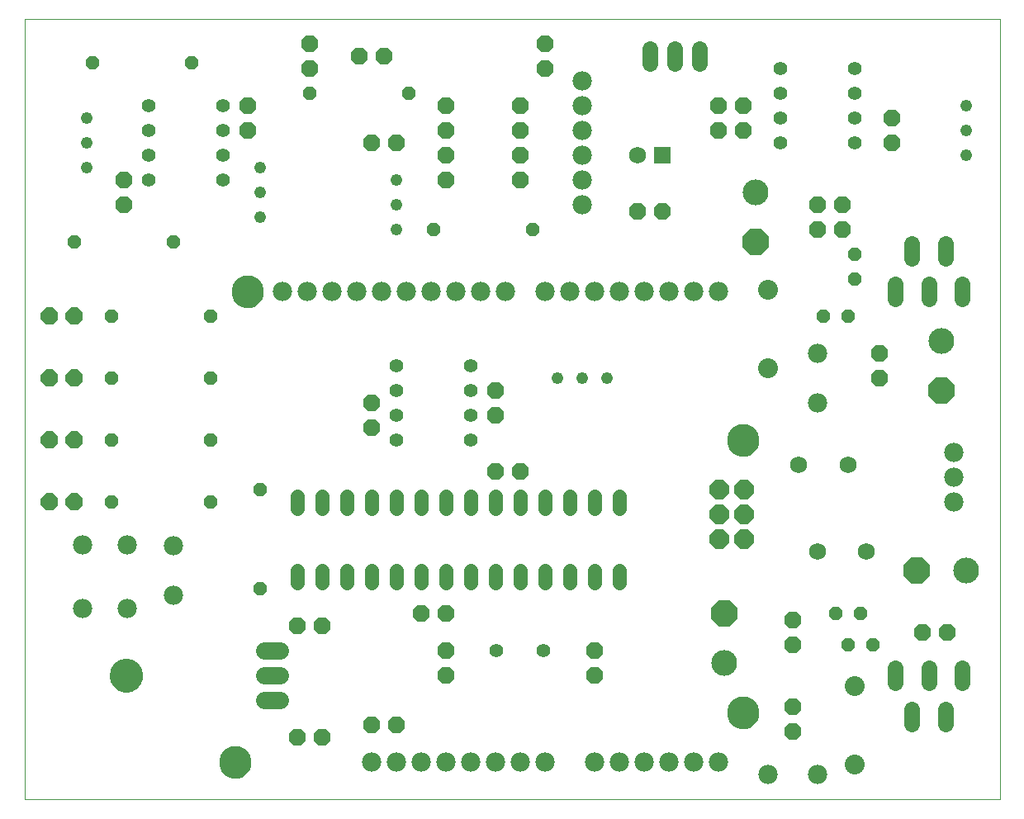
<source format=gbs>
G75*
%MOIN*%
%OFA0B0*%
%FSLAX24Y24*%
%IPPOS*%
%LPD*%
%AMOC8*
5,1,8,0,0,1.08239X$1,22.5*
%
%ADD10C,0.0000*%
%ADD11OC8,0.0670*%
%ADD12C,0.1040*%
%ADD13OC8,0.1040*%
%ADD14C,0.0690*%
%ADD15R,0.0690X0.0690*%
%ADD16C,0.0800*%
%ADD17C,0.0780*%
%ADD18C,0.0560*%
%ADD19C,0.0640*%
%ADD20OC8,0.0700*%
%ADD21C,0.1300*%
%ADD22OC8,0.0780*%
%ADD23C,0.0480*%
%ADD24OC8,0.0560*%
%ADD25C,0.0560*%
%ADD26C,0.0700*%
%ADD27C,0.1340*%
D10*
X000100Y000100D02*
X000100Y031596D01*
X039470Y031596D01*
X039470Y000100D01*
X000100Y000100D01*
X003550Y005100D02*
X003552Y005150D01*
X003558Y005200D01*
X003568Y005250D01*
X003581Y005298D01*
X003598Y005346D01*
X003619Y005392D01*
X003643Y005436D01*
X003671Y005478D01*
X003702Y005518D01*
X003736Y005555D01*
X003773Y005590D01*
X003812Y005621D01*
X003853Y005650D01*
X003897Y005675D01*
X003943Y005697D01*
X003990Y005715D01*
X004038Y005729D01*
X004087Y005740D01*
X004137Y005747D01*
X004187Y005750D01*
X004238Y005749D01*
X004288Y005744D01*
X004338Y005735D01*
X004386Y005723D01*
X004434Y005706D01*
X004480Y005686D01*
X004525Y005663D01*
X004568Y005636D01*
X004608Y005606D01*
X004646Y005573D01*
X004681Y005537D01*
X004714Y005498D01*
X004743Y005457D01*
X004769Y005414D01*
X004792Y005369D01*
X004811Y005322D01*
X004826Y005274D01*
X004838Y005225D01*
X004846Y005175D01*
X004850Y005125D01*
X004850Y005075D01*
X004846Y005025D01*
X004838Y004975D01*
X004826Y004926D01*
X004811Y004878D01*
X004792Y004831D01*
X004769Y004786D01*
X004743Y004743D01*
X004714Y004702D01*
X004681Y004663D01*
X004646Y004627D01*
X004608Y004594D01*
X004568Y004564D01*
X004525Y004537D01*
X004480Y004514D01*
X004434Y004494D01*
X004386Y004477D01*
X004338Y004465D01*
X004288Y004456D01*
X004238Y004451D01*
X004187Y004450D01*
X004137Y004453D01*
X004087Y004460D01*
X004038Y004471D01*
X003990Y004485D01*
X003943Y004503D01*
X003897Y004525D01*
X003853Y004550D01*
X003812Y004579D01*
X003773Y004610D01*
X003736Y004645D01*
X003702Y004682D01*
X003671Y004722D01*
X003643Y004764D01*
X003619Y004808D01*
X003598Y004854D01*
X003581Y004902D01*
X003568Y004950D01*
X003558Y005000D01*
X003552Y005050D01*
X003550Y005100D01*
X007970Y001600D02*
X007972Y001650D01*
X007978Y001700D01*
X007988Y001749D01*
X008002Y001797D01*
X008019Y001844D01*
X008040Y001889D01*
X008065Y001933D01*
X008093Y001974D01*
X008125Y002013D01*
X008159Y002050D01*
X008196Y002084D01*
X008236Y002114D01*
X008278Y002141D01*
X008322Y002165D01*
X008368Y002186D01*
X008415Y002202D01*
X008463Y002215D01*
X008513Y002224D01*
X008562Y002229D01*
X008613Y002230D01*
X008663Y002227D01*
X008712Y002220D01*
X008761Y002209D01*
X008809Y002194D01*
X008855Y002176D01*
X008900Y002154D01*
X008943Y002128D01*
X008984Y002099D01*
X009023Y002067D01*
X009059Y002032D01*
X009091Y001994D01*
X009121Y001954D01*
X009148Y001911D01*
X009171Y001867D01*
X009190Y001821D01*
X009206Y001773D01*
X009218Y001724D01*
X009226Y001675D01*
X009230Y001625D01*
X009230Y001575D01*
X009226Y001525D01*
X009218Y001476D01*
X009206Y001427D01*
X009190Y001379D01*
X009171Y001333D01*
X009148Y001289D01*
X009121Y001246D01*
X009091Y001206D01*
X009059Y001168D01*
X009023Y001133D01*
X008984Y001101D01*
X008943Y001072D01*
X008900Y001046D01*
X008855Y001024D01*
X008809Y001006D01*
X008761Y000991D01*
X008712Y000980D01*
X008663Y000973D01*
X008613Y000970D01*
X008562Y000971D01*
X008513Y000976D01*
X008463Y000985D01*
X008415Y000998D01*
X008368Y001014D01*
X008322Y001035D01*
X008278Y001059D01*
X008236Y001086D01*
X008196Y001116D01*
X008159Y001150D01*
X008125Y001187D01*
X008093Y001226D01*
X008065Y001267D01*
X008040Y001311D01*
X008019Y001356D01*
X008002Y001403D01*
X007988Y001451D01*
X007978Y001500D01*
X007972Y001550D01*
X007970Y001600D01*
X028470Y003600D02*
X028472Y003650D01*
X028478Y003700D01*
X028488Y003749D01*
X028502Y003797D01*
X028519Y003844D01*
X028540Y003889D01*
X028565Y003933D01*
X028593Y003974D01*
X028625Y004013D01*
X028659Y004050D01*
X028696Y004084D01*
X028736Y004114D01*
X028778Y004141D01*
X028822Y004165D01*
X028868Y004186D01*
X028915Y004202D01*
X028963Y004215D01*
X029013Y004224D01*
X029062Y004229D01*
X029113Y004230D01*
X029163Y004227D01*
X029212Y004220D01*
X029261Y004209D01*
X029309Y004194D01*
X029355Y004176D01*
X029400Y004154D01*
X029443Y004128D01*
X029484Y004099D01*
X029523Y004067D01*
X029559Y004032D01*
X029591Y003994D01*
X029621Y003954D01*
X029648Y003911D01*
X029671Y003867D01*
X029690Y003821D01*
X029706Y003773D01*
X029718Y003724D01*
X029726Y003675D01*
X029730Y003625D01*
X029730Y003575D01*
X029726Y003525D01*
X029718Y003476D01*
X029706Y003427D01*
X029690Y003379D01*
X029671Y003333D01*
X029648Y003289D01*
X029621Y003246D01*
X029591Y003206D01*
X029559Y003168D01*
X029523Y003133D01*
X029484Y003101D01*
X029443Y003072D01*
X029400Y003046D01*
X029355Y003024D01*
X029309Y003006D01*
X029261Y002991D01*
X029212Y002980D01*
X029163Y002973D01*
X029113Y002970D01*
X029062Y002971D01*
X029013Y002976D01*
X028963Y002985D01*
X028915Y002998D01*
X028868Y003014D01*
X028822Y003035D01*
X028778Y003059D01*
X028736Y003086D01*
X028696Y003116D01*
X028659Y003150D01*
X028625Y003187D01*
X028593Y003226D01*
X028565Y003267D01*
X028540Y003311D01*
X028519Y003356D01*
X028502Y003403D01*
X028488Y003451D01*
X028478Y003500D01*
X028472Y003550D01*
X028470Y003600D01*
X028470Y014600D02*
X028472Y014650D01*
X028478Y014700D01*
X028488Y014749D01*
X028502Y014797D01*
X028519Y014844D01*
X028540Y014889D01*
X028565Y014933D01*
X028593Y014974D01*
X028625Y015013D01*
X028659Y015050D01*
X028696Y015084D01*
X028736Y015114D01*
X028778Y015141D01*
X028822Y015165D01*
X028868Y015186D01*
X028915Y015202D01*
X028963Y015215D01*
X029013Y015224D01*
X029062Y015229D01*
X029113Y015230D01*
X029163Y015227D01*
X029212Y015220D01*
X029261Y015209D01*
X029309Y015194D01*
X029355Y015176D01*
X029400Y015154D01*
X029443Y015128D01*
X029484Y015099D01*
X029523Y015067D01*
X029559Y015032D01*
X029591Y014994D01*
X029621Y014954D01*
X029648Y014911D01*
X029671Y014867D01*
X029690Y014821D01*
X029706Y014773D01*
X029718Y014724D01*
X029726Y014675D01*
X029730Y014625D01*
X029730Y014575D01*
X029726Y014525D01*
X029718Y014476D01*
X029706Y014427D01*
X029690Y014379D01*
X029671Y014333D01*
X029648Y014289D01*
X029621Y014246D01*
X029591Y014206D01*
X029559Y014168D01*
X029523Y014133D01*
X029484Y014101D01*
X029443Y014072D01*
X029400Y014046D01*
X029355Y014024D01*
X029309Y014006D01*
X029261Y013991D01*
X029212Y013980D01*
X029163Y013973D01*
X029113Y013970D01*
X029062Y013971D01*
X029013Y013976D01*
X028963Y013985D01*
X028915Y013998D01*
X028868Y014014D01*
X028822Y014035D01*
X028778Y014059D01*
X028736Y014086D01*
X028696Y014116D01*
X028659Y014150D01*
X028625Y014187D01*
X028593Y014226D01*
X028565Y014267D01*
X028540Y014311D01*
X028519Y014356D01*
X028502Y014403D01*
X028488Y014451D01*
X028478Y014500D01*
X028472Y014550D01*
X028470Y014600D01*
X008470Y020600D02*
X008472Y020650D01*
X008478Y020700D01*
X008488Y020749D01*
X008502Y020797D01*
X008519Y020844D01*
X008540Y020889D01*
X008565Y020933D01*
X008593Y020974D01*
X008625Y021013D01*
X008659Y021050D01*
X008696Y021084D01*
X008736Y021114D01*
X008778Y021141D01*
X008822Y021165D01*
X008868Y021186D01*
X008915Y021202D01*
X008963Y021215D01*
X009013Y021224D01*
X009062Y021229D01*
X009113Y021230D01*
X009163Y021227D01*
X009212Y021220D01*
X009261Y021209D01*
X009309Y021194D01*
X009355Y021176D01*
X009400Y021154D01*
X009443Y021128D01*
X009484Y021099D01*
X009523Y021067D01*
X009559Y021032D01*
X009591Y020994D01*
X009621Y020954D01*
X009648Y020911D01*
X009671Y020867D01*
X009690Y020821D01*
X009706Y020773D01*
X009718Y020724D01*
X009726Y020675D01*
X009730Y020625D01*
X009730Y020575D01*
X009726Y020525D01*
X009718Y020476D01*
X009706Y020427D01*
X009690Y020379D01*
X009671Y020333D01*
X009648Y020289D01*
X009621Y020246D01*
X009591Y020206D01*
X009559Y020168D01*
X009523Y020133D01*
X009484Y020101D01*
X009443Y020072D01*
X009400Y020046D01*
X009355Y020024D01*
X009309Y020006D01*
X009261Y019991D01*
X009212Y019980D01*
X009163Y019973D01*
X009113Y019970D01*
X009062Y019971D01*
X009013Y019976D01*
X008963Y019985D01*
X008915Y019998D01*
X008868Y020014D01*
X008822Y020035D01*
X008778Y020059D01*
X008736Y020086D01*
X008696Y020116D01*
X008659Y020150D01*
X008625Y020187D01*
X008593Y020226D01*
X008565Y020267D01*
X008540Y020311D01*
X008519Y020356D01*
X008502Y020403D01*
X008488Y020451D01*
X008478Y020500D01*
X008472Y020550D01*
X008470Y020600D01*
D11*
X004100Y024100D03*
X004100Y025100D03*
X009100Y027100D03*
X009100Y028100D03*
X011600Y029600D03*
X011600Y030600D03*
X013600Y030100D03*
X014600Y030100D03*
X017100Y028100D03*
X017100Y027100D03*
X017100Y026100D03*
X017100Y025100D03*
X015100Y026600D03*
X014100Y026600D03*
X020100Y026100D03*
X020100Y025100D03*
X020100Y027100D03*
X020100Y028100D03*
X021100Y029600D03*
X021100Y030600D03*
X028100Y028100D03*
X029100Y028100D03*
X029100Y027100D03*
X028100Y027100D03*
X025850Y023850D03*
X024850Y023850D03*
X032100Y024100D03*
X033100Y024100D03*
X033100Y023100D03*
X032100Y023100D03*
X035100Y026600D03*
X035100Y027600D03*
X034600Y018100D03*
X034600Y017100D03*
X031100Y007350D03*
X031100Y006350D03*
X031100Y003850D03*
X031100Y002850D03*
X036350Y006850D03*
X037350Y006850D03*
X023100Y006100D03*
X023100Y005100D03*
X017100Y005100D03*
X017100Y006100D03*
X017100Y007600D03*
X016100Y007600D03*
X012100Y007100D03*
X011100Y007100D03*
X014100Y003100D03*
X015100Y003100D03*
X012100Y002600D03*
X011100Y002600D03*
X019100Y013350D03*
X020100Y013350D03*
X019100Y015600D03*
X019100Y016600D03*
X014100Y016100D03*
X014100Y015100D03*
D12*
X028350Y005600D03*
X038100Y009350D03*
X037100Y018600D03*
X029600Y024600D03*
D13*
X029600Y022600D03*
X037100Y016600D03*
X036100Y009350D03*
X028350Y007600D03*
D14*
X032115Y010100D03*
X034085Y010100D03*
X033335Y013600D03*
X031365Y013600D03*
X024850Y026100D03*
D15*
X025850Y026100D03*
D16*
X030100Y020675D03*
X030100Y017525D03*
X033600Y004675D03*
X033600Y001525D03*
D17*
X032100Y001100D03*
X030100Y001100D03*
X028100Y001600D03*
X027100Y001600D03*
X026100Y001600D03*
X025100Y001600D03*
X024100Y001600D03*
X023100Y001600D03*
X021100Y001600D03*
X020100Y001600D03*
X019100Y001600D03*
X018100Y001600D03*
X017100Y001600D03*
X016100Y001600D03*
X015100Y001600D03*
X014100Y001600D03*
X006100Y008350D03*
X004240Y007820D03*
X002460Y007820D03*
X002460Y010380D03*
X004240Y010380D03*
X006100Y010350D03*
X010500Y020600D03*
X011500Y020600D03*
X012500Y020600D03*
X013500Y020600D03*
X014500Y020600D03*
X015500Y020600D03*
X016500Y020600D03*
X017500Y020600D03*
X018500Y020600D03*
X019500Y020600D03*
X021100Y020600D03*
X022100Y020600D03*
X023100Y020600D03*
X024100Y020600D03*
X025100Y020600D03*
X026100Y020600D03*
X027100Y020600D03*
X028100Y020600D03*
X032100Y018100D03*
X032100Y016100D03*
X037600Y014100D03*
X037600Y013100D03*
X037600Y012100D03*
X022600Y024100D03*
X022600Y025100D03*
X022600Y026100D03*
X022600Y027100D03*
X022600Y028100D03*
X022600Y029100D03*
D18*
X030600Y028600D03*
X030600Y029600D03*
X030600Y027600D03*
X030600Y026600D03*
X033600Y026600D03*
X033600Y027600D03*
X033600Y028600D03*
X033600Y029600D03*
X018100Y017600D03*
X018100Y016600D03*
X018100Y015600D03*
X018100Y014600D03*
X015100Y014600D03*
X015100Y015600D03*
X015100Y016600D03*
X015100Y017600D03*
X008100Y025100D03*
X008100Y026100D03*
X008100Y027100D03*
X008100Y028100D03*
X005100Y028100D03*
X005100Y027100D03*
X005100Y026100D03*
X005100Y025100D03*
X019150Y006100D03*
X021050Y006100D03*
D19*
X035260Y005400D02*
X035260Y004800D01*
X036600Y004800D02*
X036600Y005400D01*
X037940Y005400D02*
X037940Y004800D01*
X037270Y003760D02*
X037270Y003160D01*
X035930Y003160D02*
X035930Y003760D01*
X035260Y020300D02*
X035260Y020900D01*
X036600Y020900D02*
X036600Y020300D01*
X037940Y020300D02*
X037940Y020900D01*
X037270Y021940D02*
X037270Y022540D01*
X035930Y022540D02*
X035930Y021940D01*
X027350Y029800D02*
X027350Y030400D01*
X026350Y030400D02*
X026350Y029800D01*
X025350Y029800D02*
X025350Y030400D01*
D20*
X002100Y019600D03*
X001100Y019600D03*
X001100Y017100D03*
X002100Y017100D03*
X002100Y014600D03*
X001100Y014600D03*
X001100Y012100D03*
X002100Y012100D03*
D21*
X009100Y020600D03*
X029100Y014600D03*
X029100Y003600D03*
X008600Y001600D03*
D22*
X028150Y010600D03*
X029150Y010600D03*
X029150Y011600D03*
X028150Y011600D03*
X028150Y012600D03*
X029150Y012600D03*
D23*
X023600Y017100D03*
X022600Y017100D03*
X021600Y017100D03*
X015100Y023100D03*
X015100Y024100D03*
X015100Y025100D03*
X009600Y024600D03*
X009600Y023600D03*
X009600Y025600D03*
X002600Y025600D03*
X002600Y026600D03*
X002600Y027600D03*
X038100Y027100D03*
X038100Y026100D03*
X038100Y028100D03*
D24*
X033600Y022100D03*
X033600Y021100D03*
X033350Y019600D03*
X032350Y019600D03*
X020600Y023100D03*
X016600Y023100D03*
X015600Y028600D03*
X011600Y028600D03*
X006850Y029850D03*
X002850Y029850D03*
X002100Y022600D03*
X003600Y019600D03*
X003600Y017100D03*
X003600Y014600D03*
X003600Y012100D03*
X007600Y012100D03*
X009600Y012600D03*
X007600Y014600D03*
X007600Y017100D03*
X007600Y019600D03*
X006100Y022600D03*
X009600Y008600D03*
X032850Y007600D03*
X033850Y007600D03*
X033350Y006350D03*
X034350Y006350D03*
D25*
X024100Y008840D02*
X024100Y009360D01*
X023100Y009360D02*
X023100Y008840D01*
X022100Y008840D02*
X022100Y009360D01*
X021100Y009360D02*
X021100Y008840D01*
X020100Y008840D02*
X020100Y009360D01*
X019100Y009360D02*
X019100Y008840D01*
X018100Y008840D02*
X018100Y009360D01*
X017100Y009360D02*
X017100Y008840D01*
X016100Y008840D02*
X016100Y009360D01*
X015100Y009360D02*
X015100Y008840D01*
X014100Y008840D02*
X014100Y009360D01*
X013100Y009360D02*
X013100Y008840D01*
X012100Y008840D02*
X012100Y009360D01*
X011100Y009360D02*
X011100Y008840D01*
X011100Y011840D02*
X011100Y012360D01*
X012100Y012360D02*
X012100Y011840D01*
X013100Y011840D02*
X013100Y012360D01*
X014100Y012360D02*
X014100Y011840D01*
X015100Y011840D02*
X015100Y012360D01*
X016100Y012360D02*
X016100Y011840D01*
X017100Y011840D02*
X017100Y012360D01*
X018100Y012360D02*
X018100Y011840D01*
X019100Y011840D02*
X019100Y012360D01*
X020100Y012360D02*
X020100Y011840D01*
X021100Y011840D02*
X021100Y012360D01*
X022100Y012360D02*
X022100Y011840D01*
X023100Y011840D02*
X023100Y012360D01*
X024100Y012360D02*
X024100Y011840D01*
D26*
X010430Y006100D02*
X009770Y006100D01*
X009770Y005100D02*
X010430Y005100D01*
X010430Y004100D02*
X009770Y004100D01*
D27*
X004200Y005100D03*
M02*

</source>
